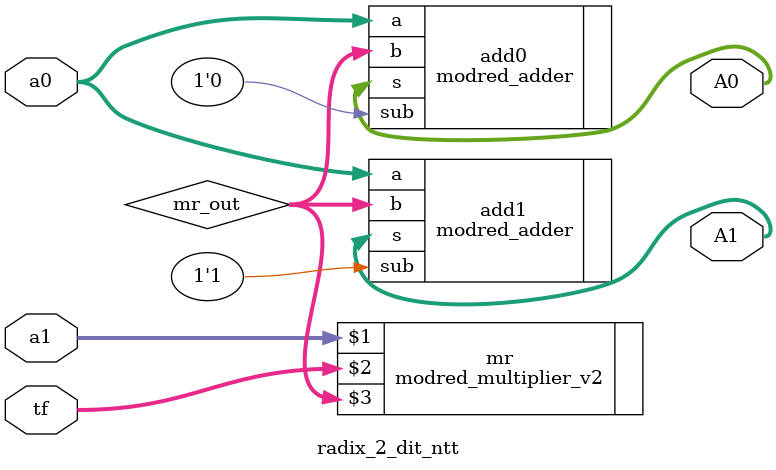
<source format=v>
`timescale 1ns / 1ps


module radix_2_dit_ntt #(parameter N = 17, Q = 65537, TWOINV = 32769) (
    input signed [N-1:0] a0,
    input signed [N-1:0] a1,
    input signed [N-1:0] tf,
    output [N-1:0] A0,
    output [N-1:0] A1
    );

    wire [N-1:0] mr_out;
    modred_multiplier_v2 #(.LOGQ(N)) mr(a1, tf, mr_out);
    
    modred_adder #(.LOGQ(N)) add0(.a(a0), .b(mr_out), .sub(1'B0), .s(A0));
    modred_adder #(.LOGQ(N)) add1(.a(a0), .b(mr_out), .sub(1'B1), .s(A1));

endmodule

</source>
